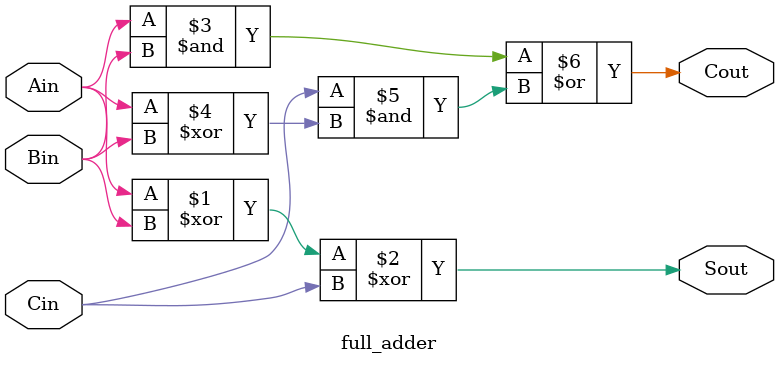
<source format=v>
`timescale 1ns / 1ps

module full_adder(
    input Ain,
    input Bin,
    input Cin,
    output Sout,
    output Cout
    );
    assign Sout=Ain^Bin^Cin; 
    assign Cout=(Ain&Bin) | (Cin&(Ain^Bin));
   
endmodule

</source>
